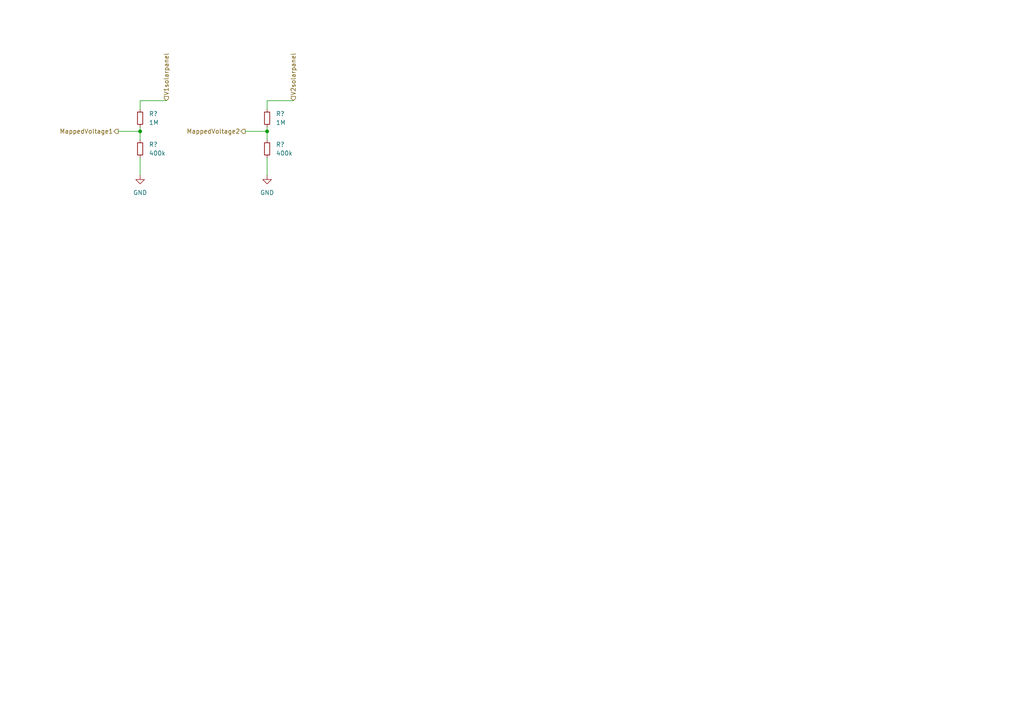
<source format=kicad_sch>
(kicad_sch (version 20211123) (generator eeschema)
  (paper "A4")
  (lib_symbols
    (symbol "Device:R_Small" (pin_numbers hide) (pin_names (offset 0.254) hide)
      (property "Reference" "R" (at 0.762 0.508 0))
      (property "Value" "R_Small" (at 0.762 -1.016 0))
      (symbol "R_Small_0_1"
        (rectangle (start -0.762 1.778) (end 0.762 -1.778) (stroke (width 0.2032)))
      )
      (symbol "R_Small_1_1"
        (pin passive line (at 0 2.54 270) (length 0.762) (name "~") (number "1"))
        (pin passive line (at 0 -2.54 90) (length 0.762) (name "~") (number "2"))
      )
    )
    (symbol "power:GND" (power) (pin_names (offset 0))
      (property "Value" "GND" (at 0 -3.81 0))
      (symbol "GND_0_1"
        (polyline (pts (xy 0 0) (xy 0 -1.27) (xy 1.27 -1.27) (xy 0 -2.54) (xy -1.27 -1.27) (xy 0 -1.27)))
      )
      (symbol "GND_1_1"
        (pin power_in line (at 0 0 270) (length 0) hide (name "GND") (number "1"))
      )
    )
  )
  (junction (at 77.47 38.1))
  (junction (at 40.64 38.1))
  (wire (pts (xy 85.09 29.21) (xy 77.47 29.21)))
  (wire (pts (xy 71.12 38.1) (xy 77.47 38.1)))
  (wire (pts (xy 40.64 29.21) (xy 40.64 31.75)))
  (wire (pts (xy 48.26 29.21) (xy 40.64 29.21)))
  (wire (pts (xy 77.47 45.72) (xy 77.47 50.8)))
  (wire (pts (xy 40.64 36.83) (xy 40.64 38.1)))
  (wire (pts (xy 77.47 36.83) (xy 77.47 38.1)))
  (wire (pts (xy 77.47 38.1) (xy 77.47 40.64)))
  (wire (pts (xy 40.64 38.1) (xy 40.64 40.64)))
  (wire (pts (xy 77.47 29.21) (xy 77.47 31.75)))
  (wire (pts (xy 34.29 38.1) (xy 40.64 38.1)))
  (wire (pts (xy 40.64 45.72) (xy 40.64 50.8)))
  (hierarchical_label "MappedVoltage1" (shape output) (at 34.29 38.1 180))
  (hierarchical_label "V1solarpanel" (shape input) (at 48.26 29.21 90))
  (hierarchical_label "V2solarpanel" (shape input) (at 85.09 29.21 90))
  (hierarchical_label "MappedVoltage2" (shape output) (at 71.12 38.1 180))
  (symbol (lib_id "power:GND") (at 77.47 50.8 0) (unit 1)
    (property "Reference" "#PWR?" (effects hide))
    (property "Value" "GND" (at 77.47 55.88 0))
  )
  (symbol (lib_id "Device:R_Small") (at 77.47 43.18 0) (unit 1)
    (property "Reference" "R?" (at 80.01 41.9099 0) (effects (justify left)))
    (property "Value" "400k" (at 80.01 44.4499 0) (effects (justify left)))
  )
  (symbol (lib_id "power:GND") (at 40.64 50.8 0) (unit 1)
    (property "Reference" "#PWR?" (effects hide))
    (property "Value" "GND" (at 40.64 55.88 0))
  )
  (symbol (lib_id "Device:R_Small") (at 40.64 34.29 0) (unit 1)
    (property "Reference" "R?" (at 43.18 33.0199 0) (effects (justify left)))
    (property "Value" "1M" (at 43.18 35.5599 0) (effects (justify left)))
  )
  (symbol (lib_id "Device:R_Small") (at 77.47 34.29 0) (unit 1)
    (property "Reference" "R?" (at 80.01 33.0199 0) (effects (justify left)))
    (property "Value" "1M" (at 80.01 35.5599 0) (effects (justify left)))
  )
  (symbol (lib_id "Device:R_Small") (at 40.64 43.18 0) (unit 1)
    (property "Reference" "R?" (at 43.18 41.9099 0) (effects (justify left)))
    (property "Value" "400k" (at 43.18 44.4499 0) (effects (justify left)))
  )
)
</source>
